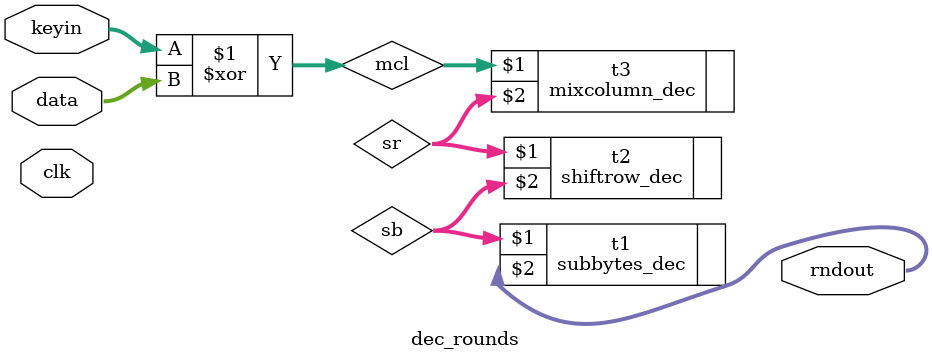
<source format=v>
`timescale 1ns / 1ps

module enc_rounds(clk,data,key,rndout);
input clk;
input [127:0]data;
input  [127:0]key;
output [127:0]rndout;

wire [127:0] sb,sr,mcl;

subbytes_enc t1(data,sb);
shiftrow_enc t2(sb,sr);
mixcolumn_enc t3(sr,mcl);
assign rndout= key^mcl;
endmodule

module enc_last_round(clk,rin,key,fout);
input clk;
input [127:0]rin;
input [127:0]key;
output [127:0]fout;

wire [127:0] sb,sr,mcl,keyout;

subbytes_enc t1(rin,sb);
shiftrow_enc t2(sb,sr);
assign fout= key^sr;
endmodule

module dec_first_round(clk,rin,keyin,fout);
input clk;
input [127:0]rin;
input [127:0]keyin;
output [127:0]fout;

wire [127:0] sb,sr,mcl;

subbytes_dec t1(sb,fout);
shiftrow_dec t2(sr,sb);
assign sr= keyin^rin;

endmodule

module dec_rounds(clk,data,keyin,rndout);
input clk;
input [127:0]data;
input [127:0]keyin;
output [127:0]rndout;

wire [127:0] sb,sr,mcl;

subbytes_dec t1(sb,rndout);
shiftrow_dec t2(sr,sb);
mixcolumn_dec t3(mcl,sr);
assign mcl= keyin^data;

endmodule

</source>
